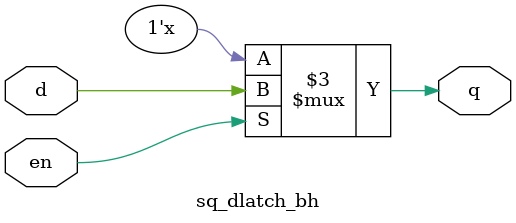
<source format=v>
`timescale 1ns / 1ps


module sq_dlatch_bh(q,d,en);
input d,en; 
output reg q;
always @(en,q)
begin 
if(en)
q = d;
end  
endmodule

</source>
